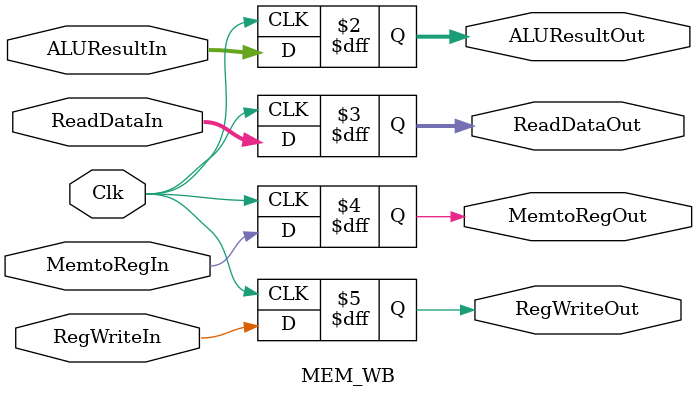
<source format=v>
`timescale 1ns / 1ps


module MEM_WB(ReadDataIn, ReadDataOut, ALUResultIn, ALUResultOut, MemtoRegIn, MemtoRegOut, RegWriteIn, RegWriteOut, Clk);
  input Clk;
  input [31:0] ALUResultIn;
  input [31:0] ReadDataIn;
  input MemtoRegIn;
  input RegWriteIn;

  output reg [31:0] ALUResultOut;
  output reg [31:0] ReadDataOut;
  output reg MemtoRegOut;
  output reg RegWriteOut;
  
  always @(posedge Clk) begin
    ALUResultOut <= ALUResultIn;
    ReadDataOut <= ReadDataIn;
    MemtoRegOut <= MemtoRegIn;
    RegWriteOut <= RegWriteIn;
  end

endmodule
  

</source>
